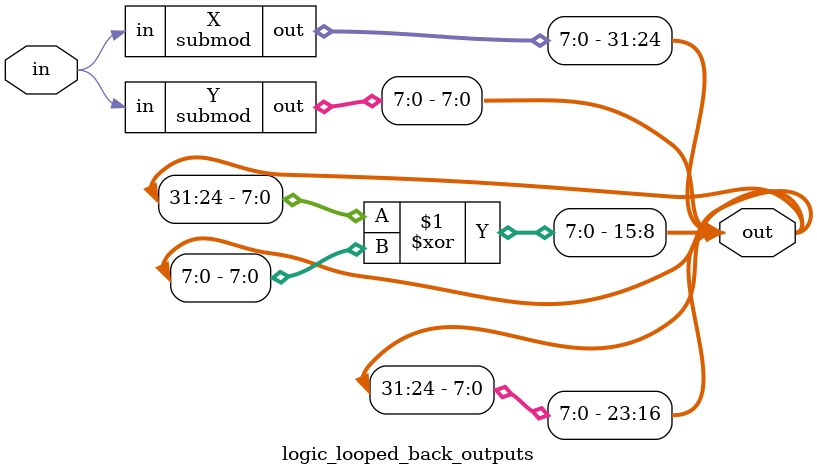
<source format=v>
module submod(
	input in,
	output reg [7:0] out
);

	always @(posedge in) begin
		out <= 8'hAD;
	end

endmodule

module logic_looped_back_outputs(
	input in,
	output [31:0] out
);

	submod X (
		.in(in),
		.out(out[31:24])
	);

	assign out[23:16] = out[31:24];

	submod Y (
		.in(in),
		.out(out[7:0])
	);

	assign out[15:8] = out[23:16] ^ out[7:0];
endmodule
</source>
